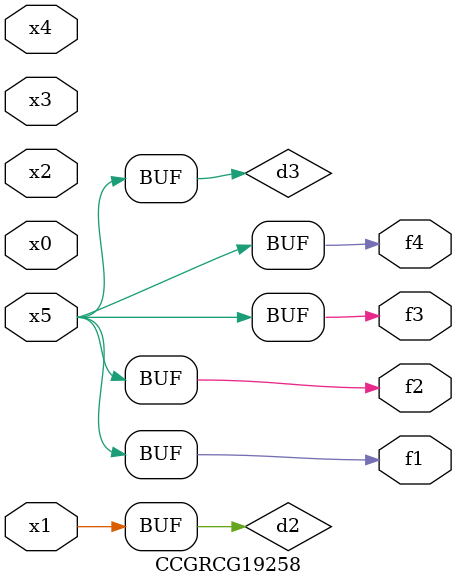
<source format=v>
module CCGRCG19258(
	input x0, x1, x2, x3, x4, x5,
	output f1, f2, f3, f4
);

	wire d1, d2, d3;

	not (d1, x5);
	or (d2, x1);
	xnor (d3, d1);
	assign f1 = d3;
	assign f2 = d3;
	assign f3 = d3;
	assign f4 = d3;
endmodule

</source>
